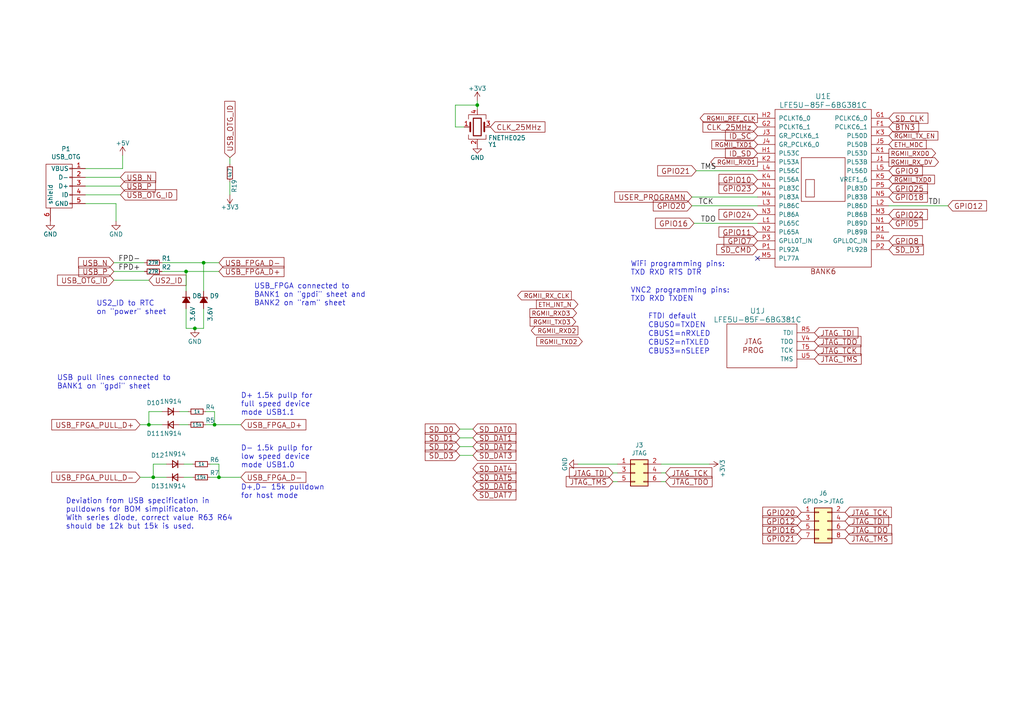
<source format=kicad_sch>
(kicad_sch (version 20231120) (generator "eeschema") (generator_version "8.0")
  (paper "A4")
  (title_block (title "ULX3S") (date "2024-08-20") (rev "0.0.4") (company "EMARD") (comment 1 "USB serial and JTAG") (comment 2 "License: CERN-OHL-S v2"))
  (junction (at 59.055 76.2))
  (junction (at 63.5 138.43))
  (junction (at 56.515 95.25))
  (junction (at 44.45 138.43))
  (junction (at 43.18 123.19))
  (junction (at 53.975 78.74))
  (junction (at 138.43 30.48))
  (junction (at 62.23 123.19))
  (no_connect (at 219.71 74.93))
  (wire (pts (xy 53.975 84.455) (xy 53.975 78.74)))
  (wire (pts (xy 33.02 78.74) (xy 41.91 78.74)))
  (wire (pts (xy 167.64 134.62) (xy 179.07 134.62)))
  (wire (pts (xy 63.5 138.43) (xy 69.85 138.43)))
  (wire (pts (xy 191.77 134.62) (xy 205.74 134.62)))
  (wire (pts (xy 54.61 119.38) (xy 52.07 119.38)))
  (wire (pts (xy 24.765 51.435) (xy 34.925 51.435)))
  (wire (pts (xy 134.62 36.83) (xy 132.08 36.83)))
  (wire (pts (xy 62.23 123.19) (xy 59.69 123.19)))
  (wire (pts (xy 24.765 59.055) (xy 33.655 59.055)))
  (wire (pts (xy 133.35 124.46) (xy 137.16 124.46)))
  (wire (pts (xy 137.16 127) (xy 133.35 127)))
  (wire (pts (xy 133.35 129.54) (xy 137.16 129.54)))
  (wire (pts (xy 40.64 138.43) (xy 44.45 138.43)))
  (wire (pts (xy 59.055 95.25) (xy 59.055 89.535)))
  (wire (pts (xy 46.99 76.2) (xy 59.055 76.2)))
  (wire (pts (xy 200.66 57.15) (xy 219.71 57.15)))
  (wire (pts (xy 53.975 89.535) (xy 53.975 95.25)))
  (wire (pts (xy 257.81 59.69) (xy 274.955 59.69)))
  (wire (pts (xy 62.23 123.19) (xy 69.85 123.19)))
  (wire (pts (xy 138.43 30.48) (xy 138.43 31.75)))
  (wire (pts (xy 201.295 64.77) (xy 219.71 64.77)))
  (wire (pts (xy 43.18 123.19) (xy 43.18 119.38)))
  (wire (pts (xy 44.45 138.43) (xy 48.26 138.43)))
  (wire (pts (xy 201.93 49.53) (xy 219.71 49.53)))
  (wire (pts (xy 53.34 138.43) (xy 55.88 138.43)))
  (wire (pts (xy 177.8 137.16) (xy 179.07 137.16)))
  (wire (pts (xy 44.45 134.62) (xy 48.26 134.62)))
  (wire (pts (xy 191.77 139.7) (xy 193.04 139.7)))
  (wire (pts (xy 40.64 123.19) (xy 43.18 123.19)))
  (wire (pts (xy 43.18 123.19) (xy 46.99 123.19)))
  (wire (pts (xy 177.8 139.7) (xy 179.07 139.7)))
  (wire (pts (xy 59.69 119.38) (xy 62.23 119.38)))
  (wire (pts (xy 59.055 84.455) (xy 59.055 76.2)))
  (wire (pts (xy 43.18 119.38) (xy 46.99 119.38)))
  (wire (pts (xy 53.975 95.25) (xy 56.515 95.25)))
  (wire (pts (xy 60.96 134.62) (xy 63.5 134.62)))
  (wire (pts (xy 66.675 47.625) (xy 66.675 45.72)))
  (wire (pts (xy 55.88 134.62) (xy 53.34 134.62)))
  (wire (pts (xy 44.45 134.62) (xy 44.45 138.43)))
  (wire (pts (xy 138.43 29.21) (xy 138.43 30.48)))
  (wire (pts (xy 46.99 78.74) (xy 53.975 78.74)))
  (wire (pts (xy 24.765 48.895) (xy 35.56 48.895)))
  (wire (pts (xy 56.515 95.25) (xy 59.055 95.25)))
  (wire (pts (xy 137.16 132.08) (xy 133.35 132.08)))
  (wire (pts (xy 132.08 36.83) (xy 132.08 30.48)))
  (wire (pts (xy 35.56 48.895) (xy 35.56 45.085)))
  (wire (pts (xy 24.765 53.975) (xy 34.925 53.975)))
  (wire (pts (xy 52.07 123.19) (xy 54.61 123.19)))
  (wire (pts (xy 33.02 76.2) (xy 41.91 76.2)))
  (wire (pts (xy 200.66 59.69) (xy 219.71 59.69)))
  (wire (pts (xy 24.765 56.515) (xy 34.925 56.515)))
  (wire (pts (xy 63.5 134.62) (xy 63.5 138.43)))
  (wire (pts (xy 60.96 138.43) (xy 63.5 138.43)))
  (wire (pts (xy 62.23 119.38) (xy 62.23 123.19)))
  (wire (pts (xy 33.655 59.055) (xy 33.655 64.135)))
  (wire (pts (xy 53.975 78.74) (xy 63.5 78.74)))
  (wire (pts (xy 191.77 137.16) (xy 193.04 137.16)))
  (wire (pts (xy 59.055 76.2) (xy 63.5 76.2)))
  (wire (pts (xy 66.675 56.515) (xy 66.675 52.705)))
  (wire (pts (xy 43.18 81.28) (xy 33.02 81.28)))
  (wire (pts (xy 132.08 30.48) (xy 138.43 30.48)))
  (text "Deviation from USB specification in\npulldowns for BOM simplificaton.\nWith series diode, correct value R63 R64 \nshould be 12k but 15k is used." (at 19.05 153.67 0) (effects (font (size 1.524 1.524)) (justify left bottom)))
  (text "FTDI default" (at 187.96 92.71 0) (effects (font (size 1.524 1.524)) (justify left bottom)))
  (text "CBUS1=nRXLED" (at 187.96 97.79 0) (effects (font (size 1.524 1.524)) (justify left bottom)))
  (text "CBUS2=nTXLED" (at 187.96 100.33 0) (effects (font (size 1.524 1.524)) (justify left bottom)))
  (text "US2_ID to RTC\non \"power\" sheet" (at 27.94 91.44 0) (effects (font (size 1.524 1.524)) (justify left bottom)))
  (text "WiFi programming pins:\nTXD RXD RTS DTR" (at 182.88 80.01 0) (effects (font (size 1.524 1.524)) (justify left bottom)))
  (text "D+ 1.5k pullp for \nfull speed device\nmode USB1.1" (at 69.85 120.65 0) (effects (font (size 1.524 1.524)) (justify left bottom)))
  (text "VNC2 programming pins:\nTXD RXD TXDEN" (at 182.88 87.63 0) (effects (font (size 1.524 1.524)) (justify left bottom)))
  (text "CBUS3=nSLEEP" (at 187.96 102.87 0) (effects (font (size 1.524 1.524)) (justify left bottom)))
  (text "D- 1.5k pullp for \nlow speed device\nmode USB1.0" (at 69.85 135.89 0) (effects (font (size 1.524 1.524)) (justify left bottom)))
  (text "USB pull lines connected to\nBANK1 on \"gpdi\" sheet" (at 16.51 113.03 0) (effects (font (size 1.524 1.524)) (justify left bottom)))
  (text "D+,D- 15k pulldown \nfor host mode" (at 69.85 144.78 0) (effects (font (size 1.524 1.524)) (justify left bottom)))
  (text "USB_FPGA connected to\nBANK1 on \"gpdi\" sheet and\nBANK2 on \"ram\" sheet" (at 73.66 88.9 0) (effects (font (size 1.524 1.524)) (justify left bottom)))
  (text "CBUS0=TXDEN" (at 187.96 95.25 0) (effects (font (size 1.524 1.524)) (justify left bottom)))
  (label "TDO" (at 203.2 64.77 0) (effects (font (size 1.524 1.524))))
  (label "FPD+" (at 34.29 78.74 0) (effects (font (size 1.524 1.524))))
  (label "TCK" (at 202.565 59.69 0) (effects (font (size 1.524 1.524))))
  (label "TDI" (at 269.24 59.69 0) (effects (font (size 1.524 1.524))))
  (label "TMS" (at 203.2 49.53 0) (effects (font (size 1.524 1.524))))
  (label "FPD-" (at 34.29 76.2 0) (effects (font (size 1.524 1.524))))
  (global_label "JTAG_TDO" (shape input) (at 236.22 99.06 0) (effects (font (size 1.524 1.524))) (property "Intersheetrefs" "${INTERSHEET_REFS}" (effects (hide yes))))
  (global_label "ID_SC" (shape input) (at 219.71 39.37 180) (effects (font (size 1.524 1.524))) (property "Intersheetrefs" "${INTERSHEET_REFS}" (effects (hide yes))))
  (global_label "SD_D3" (shape input) (at 133.35 132.08 180) (effects (font (size 1.524 1.524))) (property "Intersheetrefs" "${INTERSHEET_REFS}" (effects (hide yes))))
  (global_label "JTAG_TMS" (shape input) (at 245.11 156.21 0) (effects (font (size 1.524 1.524))) (property "Intersheetrefs" "${INTERSHEET_REFS}" (effects (hide yes))))
  (global_label "GPIO9" (shape input) (at 257.81 49.53 0) (effects (font (size 1.524 1.524))) (property "Intersheetrefs" "${INTERSHEET_REFS}" (effects (hide yes))))
  (global_label "CLK_25MHz" (shape input) (at 219.71 36.83 180) (effects (font (size 1.524 1.524))) (property "Intersheetrefs" "${INTERSHEET_REFS}" (effects (hide yes))))
  (global_label "RGMII_RXD1" (shape output) (at 219.71 46.99 180) (property "Intersheetrefs" "${INTERSHEET_REFS}" (effects (hide yes))))
  (global_label "RGMII_REF_CLK" (shape output) (at 219.71 34.29 180) (property "Intersheetrefs" "${INTERSHEET_REFS}" (effects (hide yes))))
  (global_label "GPIO20" (shape input) (at 200.66 59.69 180) (effects (font (size 1.524 1.524))) (property "Intersheetrefs" "${INTERSHEET_REFS}" (effects (hide yes))))
  (global_label "USB_FPGA_D+" (shape input) (at 69.85 123.19 0) (effects (font (size 1.524 1.524))) (property "Intersheetrefs" "${INTERSHEET_REFS}" (effects (hide yes))))
  (global_label "SD_D3" (shape input) (at 257.81 72.39 0) (effects (font (size 1.524 1.524))) (property "Intersheetrefs" "${INTERSHEET_REFS}" (effects (hide yes))))
  (global_label "SD_D0" (shape input) (at 133.35 124.46 180) (effects (font (size 1.524 1.524))) (property "Intersheetrefs" "${INTERSHEET_REFS}" (effects (hide yes))))
  (global_label "SD_DAT5" (shape input) (at 137.16 138.43 0) (effects (font (size 1.524 1.524))) (property "Intersheetrefs" "${INTERSHEET_REFS}" (effects (hide yes))))
  (global_label "RGMII_RXD0" (shape output) (at 257.81 44.45 0) (property "Intersheetrefs" "${INTERSHEET_REFS}" (effects (hide yes))))
  (global_label "RGMII_RX_CLK" (shape output) (at 165.735 85.725 180) (property "Intersheetrefs" "${INTERSHEET_REFS}" (effects (hide yes))))
  (global_label "GPIO12" (shape input) (at 274.955 59.69 0) (effects (font (size 1.524 1.524))) (property "Intersheetrefs" "${INTERSHEET_REFS}" (effects (hide yes))))
  (global_label "RGMII_TXD0" (shape input) (at 257.81 52.07 0) (property "Intersheetrefs" "${INTERSHEET_REFS}" (effects (hide yes))))
  (global_label "SD_D2" (shape input) (at 133.35 129.54 180) (effects (font (size 1.524 1.524))) (property "Intersheetrefs" "${INTERSHEET_REFS}" (effects (hide yes))))
  (global_label "JTAG_TDO" (shape input) (at 245.11 153.67 0) (effects (font (size 1.524 1.524))) (property "Intersheetrefs" "${INTERSHEET_REFS}" (effects (hide yes))))
  (global_label "SD_DAT1" (shape input) (at 137.16 127 0) (effects (font (size 1.524 1.524))) (property "Intersheetrefs" "${INTERSHEET_REFS}" (effects (hide yes))))
  (global_label "GPIO18" (shape input) (at 257.81 57.15 0) (effects (font (size 1.524 1.524))) (property "Intersheetrefs" "${INTERSHEET_REFS}" (effects (hide yes))))
  (global_label "GPIO7" (shape input) (at 219.71 69.85 180) (effects (font (size 1.524 1.524))) (property "Intersheetrefs" "${INTERSHEET_REFS}" (effects (hide yes))))
  (global_label "RGMII_TXD2" (shape input) (at 168.91 99.06 180) (property "Intersheetrefs" "${INTERSHEET_REFS}" (effects (hide yes))))
  (global_label "GPIO5" (shape input) (at 257.81 64.77 0) (effects (font (size 1.524 1.524))) (property "Intersheetrefs" "${INTERSHEET_REFS}" (effects (hide yes))))
  (global_label "USB_N" (shape input) (at 33.02 76.2 180) (effects (font (size 1.524 1.524))) (property "Intersheetrefs" "${INTERSHEET_REFS}" (effects (hide yes))))
  (global_label "SD_DAT7" (shape input) (at 137.16 143.51 0) (effects (font (size 1.524 1.524))) (property "Intersheetrefs" "${INTERSHEET_REFS}" (effects (hide yes))))
  (global_label "JTAG_TDI" (shape input) (at 236.22 96.52 0) (effects (font (size 1.524 1.524))) (property "Intersheetrefs" "${INTERSHEET_REFS}" (effects (hide yes))))
  (global_label "JTAG_TMS" (shape input) (at 177.8 139.7 180) (effects (font (size 1.524 1.524))) (property "Intersheetrefs" "${INTERSHEET_REFS}" (effects (hide yes))))
  (global_label "USB_FPGA_D-" (shape input) (at 63.5 76.2 0) (effects (font (size 1.524 1.524))) (property "Intersheetrefs" "${INTERSHEET_REFS}" (effects (hide yes))))
  (global_label "GPIO22" (shape input) (at 257.81 62.23 0) (effects (font (size 1.524 1.524))) (property "Intersheetrefs" "${INTERSHEET_REFS}" (effects (hide yes))))
  (global_label "RGMII_RXD3" (shape output) (at 153.67 90.805 0) (property "Intersheetrefs" "${INTERSHEET_REFS}" (effects (hide yes))))
  (global_label "ID_SD" (shape input) (at 219.71 44.45 180) (effects (font (size 1.524 1.524))) (property "Intersheetrefs" "${INTERSHEET_REFS}" (effects (hide yes))))
  (global_label "JTAG_TCK" (shape input) (at 236.22 101.6 0) (effects (font (size 1.524 1.524))) (property "Intersheetrefs" "${INTERSHEET_REFS}" (effects (hide yes))))
  (global_label "SD_DAT4" (shape input) (at 137.16 135.89 0) (effects (font (size 1.524 1.524))) (property "Intersheetrefs" "${INTERSHEET_REFS}" (effects (hide yes))))
  (global_label "GPIO12" (shape input) (at 232.41 151.13 180) (effects (font (size 1.524 1.524))) (property "Intersheetrefs" "${INTERSHEET_REFS}" (effects (hide yes))))
  (global_label "USB_FPGA_D-" (shape input) (at 69.85 138.43 0) (effects (font (size 1.524 1.524))) (property "Intersheetrefs" "${INTERSHEET_REFS}" (effects (hide yes))))
  (global_label "ETH_INT_N" (shape output) (at 155.575 88.265 0) (property "Intersheetrefs" "${INTERSHEET_REFS}" (effects (hide yes))))
  (global_label "SD_CLK" (shape input) (at 257.81 34.29 0) (effects (font (size 1.524 1.524))) (property "Intersheetrefs" "${INTERSHEET_REFS}" (effects (hide yes))))
  (global_label "BTN3" (shape input) (at 257.81 36.83 0) (effects (font (size 1.524 1.524))) (property "Intersheetrefs" "${INTERSHEET_REFS}" (effects (hide yes))))
  (global_label "JTAG_TDI" (shape input) (at 245.11 151.13 0) (effects (font (size 1.524 1.524))) (property "Intersheetrefs" "${INTERSHEET_REFS}" (effects (hide yes))))
  (global_label "JTAG_TCK" (shape input) (at 193.04 137.16 0) (effects (font (size 1.524 1.524))) (property "Intersheetrefs" "${INTERSHEET_REFS}" (effects (hide yes))))
  (global_label "GPIO16" (shape input) (at 201.295 64.77 180) (effects (font (size 1.524 1.524))) (property "Intersheetrefs" "${INTERSHEET_REFS}" (effects (hide yes))))
  (global_label "SD_CMD" (shape input) (at 219.71 72.39 180) (effects (font (size 1.524 1.524))) (property "Intersheetrefs" "${INTERSHEET_REFS}" (effects (hide yes))))
  (global_label "SD_D1" (shape input) (at 133.35 127 180) (effects (font (size 1.524 1.524))) (property "Intersheetrefs" "${INTERSHEET_REFS}" (effects (hide yes))))
  (global_label "RGMII_TX_EN" (shape input) (at 257.81 39.37 0) (property "Intersheetrefs" "${INTERSHEET_REFS}" (effects (hide yes))))
  (global_label "JTAG_TMS" (shape input) (at 236.22 104.14 0) (effects (font (size 1.524 1.524))) (property "Intersheetrefs" "${INTERSHEET_REFS}" (effects (hide yes))))
  (global_label "JTAG_TDO" (shape input) (at 193.04 139.7 0) (effects (font (size 1.524 1.524))) (property "Intersheetrefs" "${INTERSHEET_REFS}" (effects (hide yes))))
  (global_label "SD_DAT2" (shape input) (at 137.16 129.54 0) (effects (font (size 1.524 1.524))) (property "Intersheetrefs" "${INTERSHEET_REFS}" (effects (hide yes))))
  (global_label "SD_DAT6" (shape input) (at 137.16 140.97 0) (effects (font (size 1.524 1.524))) (property "Intersheetrefs" "${INTERSHEET_REFS}" (effects (hide yes))))
  (global_label "USB_P" (shape input) (at 33.02 78.74 180) (effects (font (size 1.524 1.524))) (property "Intersheetrefs" "${INTERSHEET_REFS}" (effects (hide yes))))
  (global_label "US2_ID" (shape input) (at 43.18 81.28 0) (effects (font (size 1.524 1.524))) (property "Intersheetrefs" "${INTERSHEET_REFS}" (effects (hide yes))))
  (global_label "USB_OTG_ID" (shape input) (at 66.675 45.72 90) (effects (font (size 1.524 1.524))) (property "Intersheetrefs" "${INTERSHEET_REFS}" (effects (hide yes))))
  (global_label "USB_OTG_ID" (shape input) (at 33.02 81.28 180) (effects (font (size 1.524 1.524))) (property "Intersheetrefs" "${INTERSHEET_REFS}" (effects (hide yes))))
  (global_label "RGMII_RX_DV" (shape output) (at 257.81 46.99 0) (property "Intersheetrefs" "${INTERSHEET_REFS}" (effects (hide yes))))
  (global_label "USER_PROGRAMN" (shape input) (at 200.66 57.15 180) (effects (font (size 1.524 1.524))) (property "Intersheetrefs" "${INTERSHEET_REFS}" (effects (hide yes))))
  (global_label "GPIO24" (shape input) (at 219.71 62.23 180) (effects (font (size 1.524 1.524))) (property "Intersheetrefs" "${INTERSHEET_REFS}" (effects (hide yes))))
  (global_label "GPIO20" (shape input) (at 232.41 148.59 180) (effects (font (size 1.524 1.524))) (property "Intersheetrefs" "${INTERSHEET_REFS}" (effects (hide yes))))
  (global_label "USB_P" (shape input) (at 34.925 53.975 0) (effects (font (size 1.524 1.524))) (property "Intersheetrefs" "${INTERSHEET_REFS}" (effects (hide yes))))
  (global_label "JTAG_TDI" (shape input) (at 177.8 137.16 180) (effects (font (size 1.524 1.524))) (property "Intersheetrefs" "${INTERSHEET_REFS}" (effects (hide yes))))
  (global_label "USB_FPGA_D+" (shape input) (at 63.5 78.74 0) (effects (font (size 1.524 1.524))) (property "Intersheetrefs" "${INTERSHEET_REFS}" (effects (hide yes))))
  (global_label "GPIO21" (shape input) (at 232.41 156.21 180) (effects (font (size 1.524 1.524))) (property "Intersheetrefs" "${INTERSHEET_REFS}" (effects (hide yes))))
  (global_label "SD_DAT0" (shape input) (at 137.16 124.46 0) (effects (font (size 1.524 1.524))) (property "Intersheetrefs" "${INTERSHEET_REFS}" (effects (hide yes))))
  (global_label "SD_DAT3" (shape input) (at 137.16 132.08 0) (effects (font (size 1.524 1.524))) (property "Intersheetrefs" "${INTERSHEET_REFS}" (effects (hide yes))))
  (global_label "USB_N" (shape input) (at 34.925 51.435 0) (effects (font (size 1.524 1.524))) (property "Intersheetrefs" "${INTERSHEET_REFS}" (effects (hide yes))))
  (global_label "RGMII_TXD3" (shape input) (at 167.005 93.345 180) (property "Intersheetrefs" "${INTERSHEET_REFS}" (effects (hide yes))))
  (global_label "GPIO21" (shape input) (at 201.93 49.53 180) (effects (font (size 1.524 1.524))) (property "Intersheetrefs" "${INTERSHEET_REFS}" (effects (hide yes))))
  (global_label "USB_FPGA_PULL_D+" (shape input) (at 40.64 123.19 180) (effects (font (size 1.524 1.524))) (property "Intersheetrefs" "${INTERSHEET_REFS}" (effects (hide yes))))
  (global_label "GPIO16" (shape input) (at 232.41 153.67 180) (effects (font (size 1.524 1.524))) (property "Intersheetrefs" "${INTERSHEET_REFS}" (effects (hide yes))))
  (global_label "CLK_25MHz" (shape input) (at 142.24 36.83 0) (effects (font (size 1.524 1.524))) (property "Intersheetrefs" "${INTERSHEET_REFS}" (effects (hide yes))))
  (global_label "GPIO25" (shape input) (at 257.81 54.61 0) (effects (font (size 1.524 1.524))) (property "Intersheetrefs" "${INTERSHEET_REFS}" (effects (hide yes))))
  (global_label "GPIO10" (shape input) (at 219.71 52.07 180) (effects (font (size 1.524 1.524))) (property "Intersheetrefs" "${INTERSHEET_REFS}" (effects (hide yes))))
  (global_label "USB_FPGA_PULL_D-" (shape input) (at 40.64 138.43 180) (effects (font (size 1.524 1.524))) (property "Intersheetrefs" "${INTERSHEET_REFS}" (effects (hide yes))))
  (global_label "GPIO8" (shape input) (at 257.81 69.85 0) (effects (font (size 1.524 1.524))) (property "Intersheetrefs" "${INTERSHEET_REFS}" (effects (hide yes))))
  (global_label "RGMII_TXD1" (shape input) (at 219.71 41.91 180) (property "Intersheetrefs" "${INTERSHEET_REFS}" (effects (hide yes))))
  (global_label "GPIO23" (shape input) (at 219.71 54.61 180) (effects (font (size 1.524 1.524))) (property "Intersheetrefs" "${INTERSHEET_REFS}" (effects (hide yes))))
  (global_label "JTAG_TCK" (shape input) (at 245.11 148.59 0) (effects (font (size 1.524 1.524))) (property "Intersheetrefs" "${INTERSHEET_REFS}" (effects (hide yes))))
  (global_label "USB_OTG_ID" (shape input) (at 34.925 56.515 0) (effects (font (size 1.524 1.524))) (property "Intersheetrefs" "${INTERSHEET_REFS}" (effects (hide yes))))
  (global_label "ETH_MDC" (shape input) (at 257.81 41.91 0) (property "Intersheetrefs" "${INTERSHEET_REFS}" (effects (hide yes))))
  (global_label "GPIO11" (shape input) (at 219.71 67.31 180) (effects (font (size 1.524 1.524))) (property "Intersheetrefs" "${INTERSHEET_REFS}" (effects (hide yes))))
  (global_label "RGMII_RXD2" (shape output) (at 167.64 95.885 180) (property "Intersheetrefs" "${INTERSHEET_REFS}" (effects (hide yes))))
  (symbol (lib_id "Device:Crystal_GND24") (at 138.43 36.83 0) (mirror x) (unit 1)
    (property "Reference" "Y1" (at 141.605 41.91 0) (effects (justify left)))
    (property "Value" "FNETHE025" (at 141.605 40.005 0) (effects (justify left)))
    (property "Footprint" "Crystal:Crystal_SMD_TXC_7M-4Pin_3.2x2.5mm" (effects (hide yes)))
    (property "Datasheet" "https://www.diodes.com/assets/Datasheets/FNETHE025.pdf" (effects (hide yes)))
    (property "MNF1_URL" "www.diodes.com" (effects (hide yes)))
    (property "MPN" "FNETHE025" (effects (hide yes)))
    (property "MPN2" "SiT8008BC-81-33E-25.000000X" (effects (hide yes)))
    (property "MNF3_URL" "https://datasheet.lcsc.com/szlcsc/1912111437_Shenzhen-SCTF-Elec-S7D25-000000D20F30T_C387026.pdf" (effects (hide yes)))
    (property "MPN3" "S7D25.000000D20F30T" (effects (hide yes)))
    (property "Mouser" "729-FNETHE025" (effects (hide yes)))
    (property "Mouse_r2" "788-8008BC8133E25X " (effects (hide yes)))
    (property "Digikey" "FNETHE025CT-ND" (effects (hide yes)))
    (property "Newark" "80AC8624" (effects (hide yes)))
    (property "LCSC" "C390569" (effects (hide yes)))
    (property "price100_Digikey" "0.7942$" (effects (hide yes)))
    (property "Koncar" "FQ001" (effects (hide yes)))
    (property "Side" "T" (effects (hide yes)))
  )
  (symbol (lib_id "lfe5bg381:LFE5UM-85F-6BG381C") (at 238.76 52.07 0) (unit 5)
    (property "Reference" "U1" (at 238.76 27.94 0) (effects (font (size 1.524 1.524))))
    (property "Value" "LFE5U-85F-6BG381C" (at 238.76 30.48 0) (effects (font (size 1.524 1.524))))
    (property "Footprint" "lfe5bg381:BGA-381_pitch0.8mm_dia0.4mm" (effects (hide yes)))
    (property "Datasheet" "http://www.latticesemi.com/~/media/LatticeSemi/Documents/DataSheets/ECP5/FPGA-DS-02012.pdf" (effects (hide yes)))
    (property "MPN" "LFE5U-85F-6BG381C" (effects (hide yes)))
  )
  (symbol (lib_id "lfe5bg381:LFE5UM-85F-6BG381C") (at 218.44 100.33 0) (mirror y) (unit 10)
    (property "Reference" "U1" (at 219.71 90.17 0) (effects (font (size 1.524 1.524))))
    (property "Value" "LFE5U-85F-6BG381C" (at 219.71 92.71 0) (effects (font (size 1.524 1.524))))
    (property "Footprint" "lfe5bg381:BGA-381_pitch0.8mm_dia0.4mm" (effects (hide yes)))
    (property "Datasheet" "http://www.latticesemi.com/~/media/LatticeSemi/Documents/DataSheets/ECP5/FPGA-DS-02012.pdf" (effects (hide yes)))
    (property "MPN" "LFE5U-85F-6BG381C" (effects (hide yes)))
  )
  (symbol (lib_id "ulx4m-rescue:GND-power") (at 138.43 41.91 0) (unit 1)
    (property "Reference" "#PWR0110" (effects (hide yes)))
    (property "Value" "GND" (at 138.43 45.72 0))
  )
  (symbol (lib_id "ulx4m-rescue:+3V3-power") (at 138.43 29.21 0) (unit 1)
    (property "Reference" "#PWR0109" (effects (hide yes)))
    (property "Value" "+3V3" (at 138.43 25.654 0))
  )
  (symbol (lib_id "Connector_Generic:Conn_02x03_Odd_Even") (at 184.15 137.16 0) (unit 1)
    (property "Reference" "J3" (at 185.42 129.1082 0))
    (property "Value" "JTAG" (at 185.42 131.4196 0))
    (property "Footprint" "Connector_PinHeader_1.00mm:PinHeader_2x03_P1.00mm_Vertical_SMD" (effects (hide yes)))
  )
  (symbol (lib_id "ulx4m-rescue:GND-power") (at 167.64 134.62 270) (unit 1)
    (property "Reference" "#PWR?" (effects (hide yes)))
    (property "Value" "GND" (at 163.83 134.62 0))
    (instances (project "" (path "" (reference "#PWR?") (unit 1)) (path "" (reference "#PWR05") (unit 1))))
  )
  (symbol (lib_id "ulx4m-rescue:+3V3-power") (at 205.74 134.62 270) (mirror x) (unit 1)
    (property "Reference" "#PWR?" (effects (hide yes)))
    (property "Value" "+3V3" (at 209.55 135.89 0))
    (instances (project "" (path "" (reference "#PWR?") (unit 1)) (path "" (reference "#PWR06") (unit 1))))
  )
  (symbol (lib_id "Device:R_Small") (at 44.45 76.2 90) (unit 1)
    (property "Reference" "R1" (at 48.26 74.93 90))
    (property "Value" "27R" (at 44.45 76.2 90) (effects (font (size 0.9906 0.9906))))
    (property "Footprint" "Resistor_SMD:R_0402_1005Metric" (effects (hide yes)))
  )
  (symbol (lib_id "Device:R_Small") (at 44.45 78.74 90) (unit 1)
    (property "Reference" "R2" (at 48.26 77.47 90))
    (property "Value" "27R" (at 44.45 78.74 90) (effects (font (size 0.9906 0.9906))))
    (property "Footprint" "Resistor_SMD:R_0402_1005Metric" (effects (hide yes)))
  )
  (symbol (lib_id "Device:D_Small") (at 49.53 123.19 0) (unit 1)
    (property "Reference" "D11" (at 44.45 125.73 0))
    (property "Value" "1N914" (at 49.53 125.73 0))
    (property "Footprint" "Diode_SMD:D_SOD-323" (effects (hide yes)))
  )
  (symbol (lib_id "Device:D_Small") (at 49.53 119.38 180) (unit 1)
    (property "Reference" "D10" (at 44.45 116.84 0))
    (property "Value" "1N914" (at 49.53 116.4336 0))
    (property "Footprint" "Diode_SMD:D_SOD-323" (effects (hide yes)))
  )
  (symbol (lib_id "Device:R_Small") (at 57.15 119.38 90) (unit 1)
    (property "Reference" "R4" (at 60.96 118.11 90))
    (property "Value" "1k" (at 57.15 119.38 90) (effects (font (size 0.9906 0.9906))))
    (property "Footprint" "Resistor_SMD:R_0402_1005Metric" (effects (hide yes)))
  )
  (symbol (lib_id "Device:R_Small") (at 57.15 123.19 90) (unit 1)
    (property "Reference" "R5" (at 60.96 121.92 90))
    (property "Value" "15k" (at 57.15 123.19 90) (effects (font (size 0.9906 0.9906))))
    (property "Footprint" "Resistor_SMD:R_0402_1005Metric" (effects (hide yes)))
  )
  (symbol (lib_id "Device:D_Small") (at 50.8 138.43 0) (unit 1)
    (property "Reference" "D13" (at 45.72 140.97 0))
    (property "Value" "1N914" (at 50.8 140.97 0))
    (property "Footprint" "Diode_SMD:D_SOD-323" (effects (hide yes)))
  )
  (symbol (lib_id "Device:D_Small") (at 50.8 134.62 180) (unit 1)
    (property "Reference" "D12" (at 45.72 132.08 0))
    (property "Value" "1N914" (at 50.8 131.6736 0))
    (property "Footprint" "Diode_SMD:D_SOD-323" (effects (hide yes)))
  )
  (symbol (lib_id "Device:R_Small") (at 58.42 134.62 90) (unit 1)
    (property "Reference" "R6" (at 62.23 133.35 90))
    (property "Value" "1k" (at 58.42 134.62 90) (effects (font (size 0.9906 0.9906))))
    (property "Footprint" "Resistor_SMD:R_0402_1005Metric" (effects (hide yes)))
  )
  (symbol (lib_id "Device:R_Small") (at 58.42 138.43 90) (unit 1)
    (property "Reference" "R7" (at 62.23 137.16 90))
    (property "Value" "15k" (at 58.42 138.43 90) (effects (font (size 0.9906 0.9906))))
    (property "Footprint" "Resistor_SMD:R_0402_1005Metric" (effects (hide yes)))
  )
  (symbol (lib_id "Device:R_Small") (at 66.675 50.165 0) (unit 1)
    (property "Reference" "R19" (at 67.945 53.975 90))
    (property "Value" "4k7" (at 66.675 50.165 90) (effects (font (size 0.9906 0.9906))))
    (property "Footprint" "Resistor_SMD:R_0402_1005Metric" (effects (hide yes)))
  )
  (symbol (lib_id "ulx4m-rescue:+3V3-power") (at 66.675 56.515 180) (unit 1)
    (property "Reference" "#PWR08" (effects (hide yes)))
    (property "Value" "+3V3" (at 66.675 60.071 0))
  )
  (symbol (lib_id "ulx4m-rescue:GND-power") (at 14.605 64.135 0) (unit 1)
    (property "Reference" "#PWR0113" (effects (hide yes)))
    (property "Value" "GND" (at 14.605 67.945 0))
  )
  (symbol (lib_id "ulx4m-rescue:GND-power") (at 33.655 64.135 0) (unit 1)
    (property "Reference" "#PWR0114" (effects (hide yes)))
    (property "Value" "GND" (at 33.655 67.945 0))
  )
  (symbol (lib_id "ulx4m-rescue:+5V-power") (at 35.56 45.085 0) (mirror y) (unit 1)
    (property "Reference" "#PWR?" (effects (hide yes)))
    (property "Value" "+5V" (at 35.56 41.529 0))
    (instances (project "" (path "" (reference "#PWR?") (unit 1)) (path "" (reference "#PWR0115") (unit 1))))
  )
  (symbol (lib_id "ulx4m-rescue:D_Zener_Small_ALT-Device") (at 53.975 86.995 270) (unit 1)
    (property "Reference" "D8" (at 55.753 85.8266 90) (effects (justify left)))
    (property "Value" "3.6V" (at 55.88 88.9 0) (effects (justify left)))
    (property "Footprint" "Diode_SMD:D_SOD-323_HandSoldering" (effects (hide yes)))
    (property "Datasheet" "http://www.taiwansemi.com/products/datasheet/BZT52C2V4S%20SERIES_H1709.pdf" (effects (hide yes)))
    (property "MNF1_URL" "www.taiwansemi.com" (effects (hide yes)))
    (property "MPN" "BZT52C3V6S" (effects (hide yes)))
    (property "Mouser" "833-BZT52C3V6S-TP" (effects (hide yes)))
  )
  (symbol (lib_id "ulx4m-rescue:GND-power") (at 56.515 95.25 0) (unit 1)
    (property "Reference" "#PWR?" (effects (hide yes)))
    (property "Value" "GND" (at 56.515 99.06 0))
    (instances (project "" (path "" (reference "#PWR?") (unit 1)) (path "" (reference "#PWR07") (unit 1))))
  )
  (symbol (lib_id "ulx4m-rescue:D_Zener_Small_ALT-Device") (at 59.055 86.995 270) (unit 1)
    (property "Reference" "D9" (at 60.833 85.8266 90) (effects (justify left)))
    (property "Value" "3.6V" (at 60.96 88.9 0) (effects (justify left)))
    (property "Footprint" "Diode_SMD:D_SOD-323_HandSoldering" (effects (hide yes)))
    (property "Datasheet" "http://www.taiwansemi.com/products/datasheet/BZT52C2V4S%20SERIES_H1709.pdf" (effects (hide yes)))
    (property "MNF1_URL" "www.taiwansemi.com" (effects (hide yes)))
    (property "MPN" "BZT52C3V6S" (effects (hide yes)))
    (property "Mouser" "833-BZT52C3V6S-TP" (effects (hide yes)))
  )
  (symbol (lib_id "Connector_Generic:Conn_02x04_Odd_Even") (at 237.49 151.13 0) (unit 1)
    (property "Reference" "J6" (at 238.76 143.0782 0))
    (property "Value" "GPIO>>JTAG" (at 238.76 145.3896 0))
    (property "Footprint" "Connector_PinHeader_1.00mm:PinHeader_2x04_P1.00mm_Vertical" (effects (hide yes)))
  )
  (symbol (lib_id "usb_otg:USB_OTG") (at 17.145 53.975 90) (mirror x) (unit 1)
    (property "Reference" "P1" (at 19.1262 43.18 90))
    (property "Value" "USB_OTG" (at 19.1262 45.4914 90))
    (property "Footprint" "usb_otg:USB-MICRO-B-FCI-10118192-0001LF" (effects (hide yes)))
  )
)
</source>
